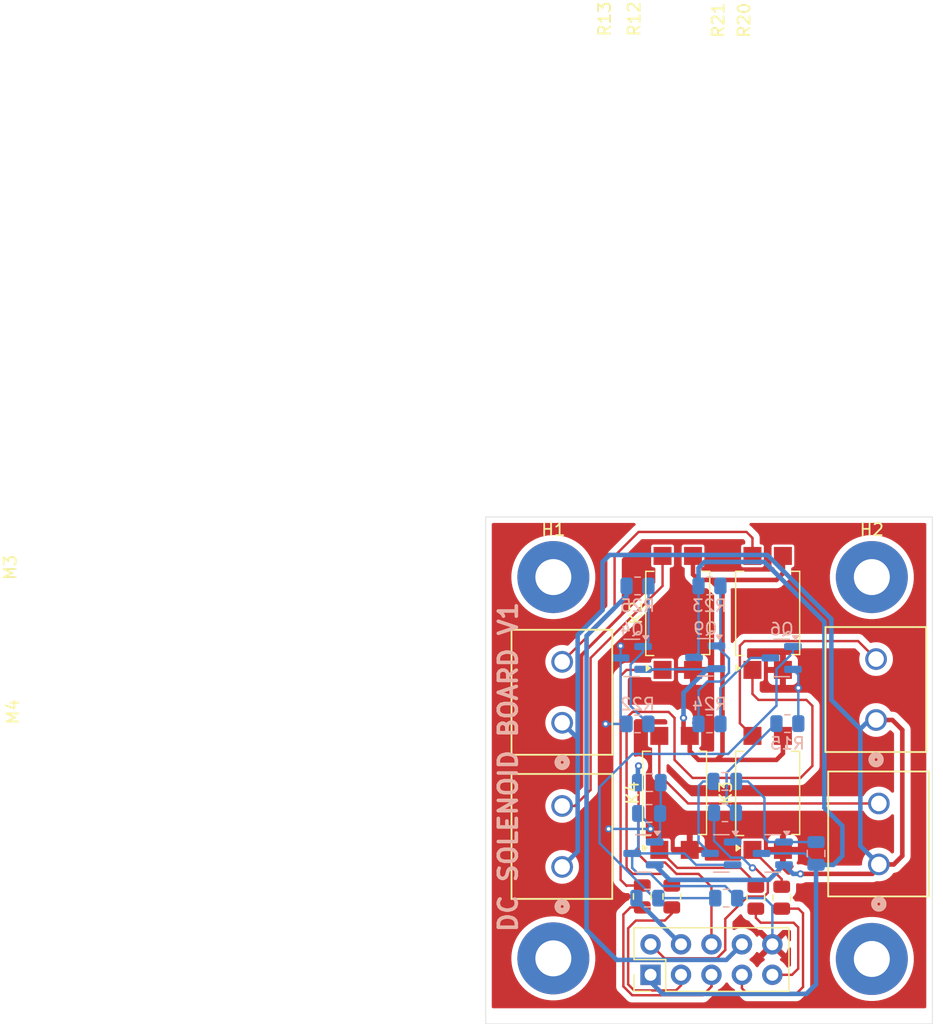
<source format=kicad_pcb>
(kicad_pcb (version 20241229) (generator "pcbnew") (generator_version "9.0")
  (layers (0 "F.Cu" signal) (2 "B.Cu" signal) (13 "F.Paste" user) (15 "B.Paste" user) (5 "F.SilkS" user "F.Silkscreen") (7 "B.SilkS" user "B.Silkscreen") (1 "F.Mask" user) (3 "B.Mask" user) (25 "Edge.Cuts" user))
  (net 0 "")
  (net 1 "/MOTOR_LO_2")
  (net 2 "GND")
  (net 3 "/VALVE_1")
  (net 4 "/MOTOR_LO_1")
  (net 5 "/VALVE_4")
  (net 6 "+9V")
  (net 7 "/VALVE_2")
  (net 8 "/VALVE_3")
  (net 9 "/MOTOR_HI_1")
  (net 10 "/MOTOR_HI_2")
  (net 11 "/M+")
  (net 12 "Net-(K1-Pad1)")
  (net 13 "Net-(K1-Pad4)")
  (net 14 "Net-(K2-Pad1)")
  (net 15 "Net-(K2-Pad4)")
  (net 16 "Net-(Q2-G)")
  (net 17 "/M-")
  (net 18 "Net-(Q4-G)")
  (net 19 "Net-(Q6-D)")
  (net 20 "Net-(Q6-G)")
  (net 21 "Net-(Q7-G)")
  (net 22 "Net-(Q8-G)")
  (net 23 "Net-(Q8-D)")
  (net 24 "Net-(Q9-G)")
  (net 25 "Net-(K3-Pad1)")
  (net 26 "Net-(K3-Pad4)")
  (net 27 "Net-(K4-Pad4)")
  (net 28 "Net-(K4-Pad1)")
  (footprint "Resistor_SMD:R_0805_2012Metric" (layer "F.Cu") (at 28.2702 44.8818 90)
    (property "Reference" "R12" (at 73.1402 -3.1398 90) (layer "F.SilkS"))
    (property "Value" "170" (hide yes))
    (pad "1" smd roundrect (at -0.9125 0 90) (size 1.025 1.4) (layers "F.Cu" "F.Mask" "F.Paste") (roundrect_rratio 0.243902) (net 3 "/VALVE_1"))
    (pad "2" smd roundrect (at 0.9125 0 90) (size 1.025 1.4) (layers "F.Cu" "F.Mask" "F.Paste") (roundrect_rratio 0.243902) (net 12 "Net-(K1-Pad1)"))
  )
  (footprint "Resistor_SMD:R_0805_2012Metric" (layer "F.Cu") (at 35.2806 44.9853 90)
    (property "Reference" "R21" (at 73.1402 -3.1398 90) (layer "F.SilkS"))
    (property "Value" "170" (hide yes))
    (pad "1" smd roundrect (at -0.9125 0 90) (size 1.025 1.4) (layers "F.Cu" "F.Mask" "F.Paste") (roundrect_rratio 0.243902) (net 5 "/VALVE_4"))
    (pad "2" smd roundrect (at 0.9125 0 90) (size 1.025 1.4) (layers "F.Cu" "F.Mask" "F.Paste") (roundrect_rratio 0.243902) (net 28 "Net-(K4-Pad1)"))
  )
  (footprint "MountingHole:MountingHole_3mm_Pad" (layer "F.Cu") (at 18.3896 18.2626)
    (property "Reference" "H1" (at 0 -3.95 0) (layer "F.SilkS"))
    (property "Value" "MountingHole" (hide yes))
    (pad "1" thru_hole circle (at 0 0) (size 6 6) (drill 3) (layers "*.Cu" "*.Mask"))
  )
  (footprint "footprints:CONN_1729128_PXC" (layer "F.Cu") (at 45.5422 42.2116 90)
    (property "Reference" "M4" (at 12.7236 -72.2346 90) (layer "F.SilkS"))
    (property "Value" "1729128" (hide yes))
    (pad "1" thru_hole circle (at 0 0 90) (size 1.8034 1.8034) (drill 1.2954) (layers "*.Cu" "*.Mask") (net 11 "/M+"))
    (pad "2" thru_hole circle (at 5.08 0 90) (size 1.8034 1.8034) (drill 1.2954) (layers "*.Cu" "*.Mask") (net 27 "Net-(K4-Pad4)"))
  )
  (footprint "Package_SO:SSO-4_6.7x5.1mm_P2.54mm_Clearance8mm" (layer "F.Cu") (at 28.5 36.25 90)
    (property "Reference" "K4" (at 0 -3.5 90) (layer "F.SilkS"))
    (property "Value" "VOR1142B4" (hide yes))
    (pad "1" smd rect (at -4.75 -1.27 90) (size 1.5 1.5) (layers "F.Cu" "F.Mask" "F.Paste") (net 28 "Net-(K4-Pad1)"))
    (pad "2" smd rect (at -4.75 1.27 90) (size 1.5 1.5) (layers "F.Cu" "F.Mask" "F.Paste") (net 2 "GND"))
    (pad "3" smd rect (at 4.75 1.27 90) (size 1.5 1.5) (layers "F.Cu" "F.Mask" "F.Paste") (net 17 "/M-"))
    (pad "4" smd rect (at 4.75 -1.27 90) (size 1.5 1.5) (layers "F.Cu" "F.Mask" "F.Paste") (net 27 "Net-(K4-Pad4)"))
  )
  (footprint "footprints:CONN_1729128_PXC" (layer "F.Cu") (at 19.1262 42.418 90)
    (property "Reference" "M2" (hide yes))
    (property "Value" "1729128" (hide yes))
    (pad "1" thru_hole circle (at 0 0 90) (size 1.8034 1.8034) (drill 1.2954) (layers "*.Cu" "*.Mask") (net 11 "/M+"))
    (pad "2" thru_hole circle (at 5.08 0 90) (size 1.8034 1.8034) (drill 1.2954) (layers "*.Cu" "*.Mask") (net 15 "Net-(K2-Pad4)"))
  )
  (footprint "footprints:CONN_1729128_PXC" (layer "F.Cu") (at 45.3136 30.1752 90)
    (property "Reference" "M3" (at 12.7236 -72.2346 90) (layer "F.SilkS"))
    (property "Value" "1729128" (hide yes))
    (pad "1" thru_hole circle (at 0 0 90) (size 1.8034 1.8034) (drill 1.2954) (layers "*.Cu" "*.Mask") (net 11 "/M+"))
    (pad "2" thru_hole circle (at 5.08 0 90) (size 1.8034 1.8034) (drill 1.2954) (layers "*.Cu" "*.Mask") (net 26 "Net-(K3-Pad4)"))
  )
  (footprint "Package_SO:SSO-4_6.7x5.1mm_P2.54mm_Clearance8mm" (layer "F.Cu") (at 36.27 36.25 90)
    (property "Reference" "K3" (at 0 -3.5 90) (layer "F.SilkS"))
    (property "Value" "VOR1142B4" (hide yes))
    (pad "1" smd rect (at -4.75 -1.27 90) (size 1.5 1.5) (layers "F.Cu" "F.Mask" "F.Paste") (net 25 "Net-(K3-Pad1)"))
    (pad "2" smd rect (at -4.75 1.27 90) (size 1.5 1.5) (layers "F.Cu" "F.Mask" "F.Paste") (net 2 "GND"))
    (pad "3" smd rect (at 4.75 1.27 90) (size 1.5 1.5) (layers "F.Cu" "F.Mask" "F.Paste") (net 17 "/M-"))
    (pad "4" smd rect (at 4.75 -1.27 90) (size 1.5 1.5) (layers "F.Cu" "F.Mask" "F.Paste") (net 26 "Net-(K3-Pad4)"))
  )
  (footprint "Package_SO:SSO-4_6.7x5.1mm_P2.54mm_Clearance8mm" (layer "F.Cu") (at 28.77 21.25 90)
    (property "Reference" "K2" (at 0 -3.5 90) (layer "F.SilkS"))
    (property "Value" "VOR1142B4" (hide yes))
    (pad "1" smd rect (at -4.75 -1.27 90) (size 1.5 1.5) (layers "F.Cu" "F.Mask" "F.Paste") (net 14 "Net-(K2-Pad1)"))
    (pad "2" smd rect (at -4.75 1.27 90) (size 1.5 1.5) (layers "F.Cu" "F.Mask" "F.Paste") (net 2 "GND"))
    (pad "3" smd rect (at 4.75 1.27 90) (size 1.5 1.5) (layers "F.Cu" "F.Mask" "F.Paste") (net 17 "/M-"))
    (pad "4" smd rect (at 4.75 -1.27 90) (size 1.5 1.5) (layers "F.Cu" "F.Mask" "F.Paste") (net 15 "Net-(K2-Pad4)"))
  )
  (footprint "Resistor_SMD:R_0805_2012Metric" (layer "F.Cu") (at 25.8064 44.8818 90)
    (property "Reference" "R13" (at 73.1402 -3.1398 90) (layer "F.SilkS"))
    (property "Value" "170" (hide yes))
    (pad "1" smd roundrect (at -0.9125 0 90) (size 1.025 1.4) (layers "F.Cu" "F.Mask" "F.Paste") (roundrect_rratio 0.243902) (net 7 "/VALVE_2"))
    (pad "2" smd roundrect (at 0.9125 0 90) (size 1.025 1.4) (layers "F.Cu" "F.Mask" "F.Paste") (roundrect_rratio 0.243902) (net 14 "Net-(K2-Pad1)"))
  )
  (footprint "Package_SO:SSO-4_6.7x5.1mm_P2.54mm_Clearance8mm" (layer "F.Cu") (at 36.27 21.25 90)
    (property "Reference" "K1" (hide yes))
    (property "Value" "VOR1142B4" (hide yes))
    (pad "1" smd rect (at -4.75 -1.27 90) (size 1.5 1.5) (layers "F.Cu" "F.Mask" "F.Paste") (net 12 "Net-(K1-Pad1)"))
    (pad "2" smd rect (at -4.75 1.27 90) (size 1.5 1.5) (layers "F.Cu" "F.Mask" "F.Paste") (net 2 "GND"))
    (pad "3" smd rect (at 4.75 1.27 90) (size 1.5 1.5) (layers "F.Cu" "F.Mask" "F.Paste") (net 17 "/M-"))
    (pad "4" smd rect (at 4.75 -1.27 90) (size 1.5 1.5) (layers "F.Cu" "F.Mask" "F.Paste") (net 13 "Net-(K1-Pad4)"))
  )
  (footprint "MountingHole:MountingHole_3mm_Pad" (layer "F.Cu") (at 44.958 50.0907)
    (property "Reference" "H3" (hide yes))
    (property "Value" "MountingHole" (hide yes))
    (pad "1" thru_hole circle (at 0 0) (size 6 6) (drill 3) (layers "*.Cu" "*.Mask"))
  )
  (footprint "MountingHole:MountingHole_3mm_Pad" (layer "F.Cu") (at 44.958 18.2626)
    (property "Reference" "H2" (at 0 -3.95 0) (layer "F.SilkS"))
    (property "Value" "MountingHole" (hide yes))
    (pad "1" thru_hole circle (at 0 0) (size 6 6) (drill 3) (layers "*.Cu" "*.Mask"))
  )
  (footprint "Connector_PinHeader_2.54mm:PinHeader_2x05_P2.54mm_Vertical" (layer "F.Cu") (at 26.5 51.4115 90)
    (property "Reference" "J1" (hide yes))
    (property "Value" "Conn_02x05_Odd_Even" (hide yes))
    (pad "1" thru_hole rect (at 0 0 90) (size 1.7 1.7) (drill 1) (layers "*.Cu" "*.Mask") (net 6 "+9V"))
    (pad "2" thru_hole circle (at 2.54 0 90) (size 1.7 1.7) (drill 1) (layers "*.Cu" "*.Mask") (net 9 "/MOTOR_HI_1"))
    (pad "3" thru_hole circle (at 0 2.54 90) (size 1.7 1.7) (drill 1) (layers "*.Cu" "*.Mask") (net 3 "/VALVE_1"))
    (pad "4" thru_hole circle (at 2.54 2.54 90) (size 1.7 1.7) (drill 1) (layers "*.Cu" "*.Mask") (net 10 "/MOTOR_HI_2"))
    (pad "5" thru_hole circle (at 0 5.08 90) (size 1.7 1.7) (drill 1) (layers "*.Cu" "*.Mask") (net 7 "/VALVE_2"))
    (pad "6" thru_hole circle (at 2.54 5.08 90) (size 1.7 1.7) (drill 1) (layers "*.Cu" "*.Mask") (net 4 "/MOTOR_LO_1"))
    (pad "7" thru_hole circle (at 0 7.62 90) (size 1.7 1.7) (drill 1) (layers "*.Cu" "*.Mask") (net 8 "/VALVE_3"))
    (pad "8" thru_hole circle (at 2.54 7.62 90) (size 1.7 1.7) (drill 1) (layers "*.Cu" "*.Mask") (net 1 "/MOTOR_LO_2"))
    (pad "9" thru_hole circle (at 0 10.16 90) (size 1.7 1.7) (drill 1) (layers "*.Cu" "*.Mask") (net 5 "/VALVE_4"))
    (pad "10" thru_hole circle (at 2.54 10.16 90) (size 1.7 1.7) (drill 1) (layers "*.Cu" "*.Mask") (net 2 "GND"))
  )
  (footprint "footprints:CONN_1729128_PXC" (layer "F.Cu") (at 19.1262 30.4038 90)
    (property "Reference" "M1" (hide yes))
    (property "Value" "1729128" (hide yes))
    (pad "1" thru_hole circle (at 0 0 90) (size 1.8034 1.8034) (drill 1.2954) (layers "*.Cu" "*.Mask") (net 11 "/M+"))
    (pad "2" thru_hole circle (at 5.08 0 90) (size 1.8034 1.8034) (drill 1.2954) (layers "*.Cu" "*.Mask") (net 13 "Net-(K1-Pad4)"))
  )
  (footprint "Resistor_SMD:R_0805_2012Metric" (layer "F.Cu") (at 37.4396 44.9853 90)
    (property "Reference" "R20" (at 73.1402 -3.1398 90) (layer "F.SilkS"))
    (property "Value" "170" (hide yes))
    (pad "1" smd roundrect (at -0.9125 0 90) (size 1.025 1.4) (layers "F.Cu" "F.Mask" "F.Paste") (roundrect_rratio 0.243902) (net 8 "/VALVE_3"))
    (pad "2" smd roundrect (at 0.9125 0 90) (size 1.025 1.4) (layers "F.Cu" "F.Mask" "F.Paste") (roundrect_rratio 0.243902) (net 25 "Net-(K3-Pad1)"))
  )
  (footprint "MountingHole:MountingHole_3mm_Pad" (layer "F.Cu") (at 18.3896 50.0399)
    (property "Reference" "H4" (hide yes))
    (property "Value" "MountingHole" (hide yes))
    (pad "1" thru_hole circle (at 0 0) (size 6 6) (drill 3) (layers "*.Cu" "*.Mask"))
  )
  (footprint "Resistor_SMD:R_0805_2012Metric" (layer "B.Cu") (at 26.3804 37.95925 180)
    (property "Reference" "R19" (hide yes))
    (property "Value" "10k" (hide yes))
    (pad "1" smd roundrect (at -0.9125 0 180) (size 1.025 1.4) (layers "B.Cu" "B.Mask" "B.Paste") (roundrect_rratio 0.243902) (net 16 "Net-(Q2-G)"))
    (pad "2" smd roundrect (at 0.9125 0 180) (size 1.025 1.4) (layers "B.Cu" "B.Mask" "B.Paste") (roundrect_rratio 0.243902) (net 2 "GND"))
  )
  (footprint "Package_TO_SOT_SMD:SOT-23" (layer "B.Cu") (at 24.9375 25 180)
    (property "Reference" "Q4" (at 0 2.4 0) (layer "B.SilkS") (effects (justify mirror)))
    (property "Value" "DMN3300U")
    (pad "1" smd roundrect (at -0.9375 0.95 180) (size 1.475 0.6) (layers "B.Cu" "B.Mask" "B.Paste") (net 18 "Net-(Q4-G)"))
    (pad "2" smd roundrect (at -0.9375 -0.95 180) (size 1.475 0.6) (layers "B.Cu" "B.Mask" "B.Paste") (net 17 "/M-"))
    (pad "3" smd roundrect (at 0.9375 0 180) (size 1.475 0.6) (layers "B.Cu" "B.Mask" "B.Paste") (net 2 "GND"))
  )
  (footprint "Package_TO_SOT_SMD:SOT-23" (layer "B.Cu") (at 37.4375 25 180)
    (property "Reference" "Q6" (at 0 2.4 0) (layer "B.SilkS") (effects (justify mirror)))
    (property "Value" "DMN3300U")
    (pad "1" smd roundrect (at -0.9375 0.95 180) (size 1.475 0.6) (layers "B.Cu" "B.Mask" "B.Paste") (net 20 "Net-(Q6-G)"))
    (pad "2" smd roundrect (at -0.9375 -0.95 180) (size 1.475 0.6) (layers "B.Cu" "B.Mask" "B.Paste") (net 2 "GND"))
    (pad "3" smd roundrect (at 0.9375 0 180) (size 1.475 0.6) (layers "B.Cu" "B.Mask" "B.Paste") (net 19 "Net-(Q6-D)"))
  )
  (footprint "Package_TO_SOT_SMD:SOT-23" (layer "B.Cu") (at 25.9054 41.29465 180)
    (property "Reference" "Q2" (hide yes))
    (property "Value" "DMN3300U" (hide yes))
    (pad "1" smd roundrect (at -0.9375 0.95 180) (size 1.475 0.6) (layers "B.Cu" "B.Mask" "B.Paste") (net 16 "Net-(Q2-G)"))
    (pad "2" smd roundrect (at -0.9375 -0.95 180) (size 1.475 0.6) (layers "B.Cu" "B.Mask" "B.Paste") (net 11 "/M+"))
    (pad "3" smd roundrect (at 0.9375 0 180) (size 1.475 0.6) (layers "B.Cu" "B.Mask" "B.Paste") (net 2 "GND"))
  )
  (footprint "Resistor_SMD:R_0805_2012Metric" (layer "B.Cu") (at 31.4125 30.5 180)
    (property "Reference" "R24" (at 0 1.65 0) (layer "B.SilkS") (effects (justify mirror)))
    (property "Value" "100")
    (pad "1" smd roundrect (at -0.9125 0 180) (size 1.025 1.4) (layers "B.Cu" "B.Mask" "B.Paste") (roundrect_rratio 0.243902) (net 19 "Net-(Q6-D)"))
    (pad "2" smd roundrect (at 0.9125 0 180) (size 1.025 1.4) (layers "B.Cu" "B.Mask" "B.Paste") (roundrect_rratio 0.243902) (net 24 "Net-(Q9-G)"))
  )
  (footprint "Resistor_SMD:R_0805_2012Metric" (layer "B.Cu") (at 31.4125 19)
    (property "Reference" "R23" (at 0 1.65 0) (layer "B.SilkS") (effects (justify mirror)))
    (property "Value" "10k")
    (pad "1" smd roundrect (at -0.9125 0) (size 1.025 1.4) (layers "B.Cu" "B.Mask" "B.Paste") (roundrect_rratio 0.243902) (net 6 "+9V"))
    (pad "2" smd roundrect (at 0.9125 0) (size 1.025 1.4) (layers "B.Cu" "B.Mask" "B.Paste") (roundrect_rratio 0.243902) (net 24 "Net-(Q9-G)"))
  )
  (footprint "Resistor_SMD:R_0805_2012Metric" (layer "B.Cu") (at 32.7079 37.90845 180)
    (property "Reference" "R14" (hide yes))
    (property "Value" "100" (hide yes))
    (pad "1" smd roundrect (at -0.9125 0 180) (size 1.025 1.4) (layers "B.Cu" "B.Mask" "B.Paste") (roundrect_rratio 0.243902) (net 22 "Net-(Q8-G)"))
    (pad "2" smd roundrect (at 0.9125 0 180) (size 1.025 1.4) (layers "B.Cu" "B.Mask" "B.Paste") (roundrect_rratio 0.243902) (net 9 "/MOTOR_HI_1"))
  )
  (footprint "Package_TO_SOT_SMD:SOT-23" (layer "B.Cu") (at 36.6953 41.29465 180)
    (property "Reference" "Q7" (hide yes))
    (property "Value" "FDN360P" (hide yes))
    (pad "1" smd roundrect (at -0.9375 0.95 180) (size 1.475 0.6) (layers "B.Cu" "B.Mask" "B.Paste") (net 21 "Net-(Q7-G)"))
    (pad "2" smd roundrect (at -0.9375 -0.95 180) (size 1.475 0.6) (layers "B.Cu" "B.Mask" "B.Paste") (net 11 "/M+"))
    (pad "3" smd roundrect (at 0.9375 0 180) (size 1.475 0.6) (layers "B.Cu" "B.Mask" "B.Paste") (net 6 "+9V"))
  )
  (footprint "Resistor_SMD:R_0805_2012Metric" (layer "B.Cu") (at 26.2328 45.02045)
    (property "Reference" "R27" (hide yes))
    (property "Value" "100" (hide yes))
    (pad "1" smd roundrect (at -0.9125 0) (size 1.025 1.4) (layers "B.Cu" "B.Mask" "B.Paste") (roundrect_rratio 0.243902) (net 10 "/MOTOR_HI_2"))
    (pad "2" smd roundrect (at 0.9125 0) (size 1.025 1.4) (layers "B.Cu" "B.Mask" "B.Paste") (roundrect_rratio 0.243902) (net 20 "Net-(Q6-G)"))
  )
  (footprint "Resistor_SMD:R_0805_2012Metric" (layer "B.Cu") (at 25.4125 30.5 180)
    (property "Reference" "R22" (at 0 1.65 0) (layer "B.SilkS") (effects (justify mirror)))
    (property "Value" "10k")
    (pad "1" smd roundrect (at -0.9125 0 180) (size 1.025 1.4) (layers "B.Cu" "B.Mask" "B.Paste") (roundrect_rratio 0.243902) (net 18 "Net-(Q4-G)"))
    (pad "2" smd roundrect (at 0.9125 0 180) (size 1.025 1.4) (layers "B.Cu" "B.Mask" "B.Paste") (roundrect_rratio 0.243902) (net 2 "GND"))
  )
  (footprint "Capacitor_SMD:C_0805_2012Metric" (layer "B.Cu") (at 32.6946 35.29225 180)
    (property "Reference" "R16" (hide yes))
    (property "Value" "100" (hide yes))
    (pad "1" smd roundrect (at -0.95 0 180) (size 1 1.45) (layers "B.Cu" "B.Mask" "B.Paste") (net 21 "Net-(Q7-G)"))
    (pad "2" smd roundrect (at 0.95 0 180) (size 1 1.45) (layers "B.Cu" "B.Mask" "B.Paste") (net 23 "Net-(Q8-D)"))
  )
  (footprint "Resistor_SMD:R_0805_2012Metric" (layer "B.Cu") (at 37.9125 30.4754)
    (property "Reference" "R15" (at 0 1.65 0) (layer "B.SilkS") (effects (justify mirror)))
    (property "Value" "10k")
    (pad "1" smd roundrect (at -0.9125 0) (size 1.025 1.4) (layers "B.Cu" "B.Mask" "B.Paste") (roundrect_rratio 0.243902) (net 22 "Net-(Q8-G)"))
    (pad "2" smd roundrect (at 0.9125 0) (size 1.025 1.4) (layers "B.Cu" "B.Mask" "B.Paste") (roundrect_rratio 0.243902) (net 2 "GND"))
  )
  (footprint "Capacitor_SMD:C_0805_2012Metric" (layer "B.Cu") (at 40.3044 41.29685 90)
    (property "Reference" "R18" (hide yes))
    (property "Value" "10k" (hide yes))
    (pad "1" smd roundrect (at -0.95 0 90) (size 1 1.45) (layers "B.Cu" "B.Mask" "B.Paste") (net 6 "+9V"))
    (pad "2" smd roundrect (at 0.95 0 90) (size 1 1.45) (layers "B.Cu" "B.Mask" "B.Paste") (net 21 "Net-(Q7-G)"))
  )
  (footprint "Resistor_SMD:R_0805_2012Metric" (layer "B.Cu") (at 32.8114 45.02045)
    (property "Reference" "R26" (hide yes))
    (property "Value" "10k" (hide yes))
    (pad "1" smd roundrect (at -0.9125 0) (size 1.025 1.4) (layers "B.Cu" "B.Mask" "B.Paste") (roundrect_rratio 0.243902) (net 20 "Net-(Q6-G)"))
    (pad "2" smd roundrect (at 0.9125 0) (size 1.025 1.4) (layers "B.Cu" "B.Mask" "B.Paste") (roundrect_rratio 0.243902) (net 2 "GND"))
  )
  (footprint "Package_TO_SOT_SMD:SOT-23" (layer "B.Cu") (at 31.0625 24.95 180)
    (property "Reference" "Q9" (at 0 2.4 0) (layer "B.SilkS") (effects (justify mirror)))
    (property "Value" "FDN360P")
    (pad "1" smd roundrect (at -0.9375 0.95 180) (size 1.475 0.6) (layers "B.Cu" "B.Mask" "B.Paste") (net 24 "Net-(Q9-G)"))
    (pad "2" smd roundrect (at -0.9375 -0.95 180) (size 1.475 0.6) (layers "B.Cu" "B.Mask" "B.Paste") (net 17 "/M-"))
    (pad "3" smd roundrect (at 0.9375 0 180) (size 1.475 0.6) (layers "B.Cu" "B.Mask" "B.Paste") (net 6 "+9V"))
  )
  (footprint "Resistor_SMD:R_0805_2012Metric" (layer "B.Cu") (at 25.4125 19)
    (property "Reference" "R25" (at 0 1.65 0) (layer "B.SilkS") (effects (justify mirror)))
    (property "Value" "100")
    (pad "1" smd roundrect (at -0.9125 0) (size 1.025 1.4) (layers "B.Cu" "B.Mask" "B.Paste") (roundrect_rratio 0.243902) (net 1 "/MOTOR_LO_2"))
    (pad "2" smd roundrect (at 0.9125 0) (size 1.025 1.4) (layers "B.Cu" "B.Mask" "B.Paste") (roundrect_rratio 0.243902) (net 18 "Net-(Q4-G)"))
  )
  (footprint "Package_TO_SOT_SMD:SOT-23" (layer "B.Cu") (at 32.4054 41.29465 180)
    (property "Reference" "Q8" (hide yes))
    (property "Value" "DMN3300U" (hide yes))
    (pad "1" smd roundrect (at -0.9375 0.95 180) (size 1.475 0.6) (layers "B.Cu" "B.Mask" "B.Paste") (net 22 "Net-(Q8-G)"))
    (pad "2" smd roundrect (at -0.9375 -0.95 180) (size 1.475 0.6) (layers "B.Cu" "B.Mask" "B.Paste") (net 2 "GND"))
    (pad "3" smd roundrect (at 0.9375 0 180) (size 1.475 0.6) (layers "B.Cu" "B.Mask" "B.Paste") (net 23 "Net-(Q8-D)"))
  )
  (footprint "Capacitor_SMD:C_0805_2012Metric" (layer "B.Cu") (at 26.3954 35.39385 180)
    (property "Reference" "R17" (hide yes))
    (property "Value" "100" (hide yes))
    (pad "1" smd roundrect (at -0.95 0 180) (size 1 1.45) (layers "B.Cu" "B.Mask" "B.Paste") (net 16 "Net-(Q2-G)"))
    (pad "2" smd roundrect (at 0.95 0 180) (size 1 1.45) (layers "B.Cu" "B.Mask" "B.Paste") (net 4 "/MOTOR_LO_1"))
  )
  (gr_rect (start 12.75 13.25) (end 50 55.5) (stroke (width 0.05)) (fill no) (layer "Edge.Cuts"))
  (gr_text "DC SOLENOID BOARD V1" (at 15.5 48 90) (layer "B.SilkS") (effects (font (size 1.5 1.5) (thickness 0.3) (bold yes)) (justify left bottom)))
  (segment (start 21.161536 47.661536) (end 23.67 50.17) (width 0.381) (layer "B.Cu") (net 1))
  (segment (start 24.5 19.823072) (end 21.161536 23.161536) (width 0.381) (layer "B.Cu") (net 1))
  (segment (start 21.161536 23.161536) (end 21.161536 47.661536) (width 0.381) (layer "B.Cu") (net 1))
  (segment (start 32.8215 50.17) (end 34.12 48.8715) (width 0.381) (layer "B.Cu") (net 1))
  (segment (start 23.67 50.17) (end 32.8215 50.17) (width 0.381) (layer "B.Cu") (net 1))
  (segment (start 24.5 19) (end 24.5 19.823072) (width 0.381) (layer "B.Cu") (net 1))
  (via (at 24 24) (size 0.6) (drill 0.3) (layers "F.Cu" "B.Cu") (net 2))
  (via (at 22.75 30.5) (size 0.6) (drill 0.3) (layers "F.Cu" "B.Cu") (net 2))
  (via (at 38.825 27.5) (size 0.6) (drill 0.3) (layers "F.Cu" "B.Cu") (net 2))
  (via (at 23 39.25) (size 0.6) (drill 0.3) (layers "F.Cu" "B.Cu") (net 2))
  (via (at 26.5 39.25) (size 0.6) (drill 0.3) (layers "F.Cu" "B.Cu") (net 2))
  (segment (start 33.7239 45.02045) (end 32.7229 44.01945) (width 0.2) (layer "B.Cu") (net 2))
  (segment (start 25.4679 43) (end 24.9679 42.5) (width 0.2) (layer "B.Cu") (net 2))
  (segment (start 32.7229 44.01945) (end 27.51945 44.01945) (width 0.2) (layer "B.Cu") (net 2))
  (segment (start 36 45) (end 35.97955 45.02045) (width 0.2) (layer "B.Cu") (net 2))
  (segment (start 38.375 25.95) (end 38.825 26.4) (width 0.2) (layer "B.Cu") (net 2))
  (segment (start 26.5 38.99135) (end 25.4679 37.95925) (width 0.2) (layer "B.Cu") (net 2))
  (segment (start 24.5 30.5) (end 22.75 30.5) (width 0.2) (layer "B.Cu") (net 2))
  (segment (start 24.9679 41.29465) (end 29.3396 41.29465) (width 0.2) (layer "B.Cu") (net 2))
  (segment (start 26.5 39.25) (end 26.5 38.99135) (width 0.2) (layer "B.Cu") (net 2))
  (segment (start 25.4679 40.79465) (end 24.9679 41.29465) (width 0.2) (layer "B.Cu") (net 2))
  (segment (start 30.304 42.24465) (end 33.3429 42.24465) (width 0.2) (layer "B.Cu") (net 2))
  (segment (start 23 39.25) (end 26.5 39.25) (width 0.2) (layer "B.Cu") (net 2))
  (segment (start 24 24) (end 24 25) (width 0.2) (layer "B.Cu") (net 2))
  (segment (start 35.97955 45.02045) (end 33.7239 45.02045) (width 0.2) (layer "B.Cu") (net 2))
  (segment (start 26.5 43) (end 25.4679 43) (width 0.2) (layer "B.Cu") (net 2))
  (segment (start 38.825 27.5) (end 38.825 30.4754) (width 0.2) (layer "B.Cu") (net 2))
  (segment (start 27.51945 44.01945) (end 26.5 43) (width 0.2) (layer "B.Cu") (net 2))
  (segment (start 30.2968 42.25185) (end 30.304 42.24465) (width 0.2) (layer "B.Cu") (net 2))
  (segment (start 24.9679 42.5) (end 24.9679 41.29465) (width 0.2) (layer "B.Cu") (net 2))
  (segment (start 24 30) (end 24 25) (width 0.2) (layer "B.Cu") (net 2))
  (segment (start 25.4679 37.95925) (end 25.4679 40.79465) (width 0.2) (layer "B.Cu") (net 2))
  (segment (start 24.5 30.5) (end 24 30) (width 0.2) (layer "B.Cu") (net 2))
  (segment (start 38.825 26.4) (end 38.825 27.5) (width 0.2) (layer "B.Cu") (net 2))
  (segment (start 36.66 48.8715) (end 36.66 45.66) (width 0.2) (layer "B.Cu") (net 2))
  (segment (start 36.66 45.66) (end 36 45) (width 0.2) (layer "B.Cu") (net 2))
  (segment (start 29.3396 41.29465) (end 30.2968 42.25185) (width 0.2) (layer "B.Cu") (net 2))
  (segment (start 25.273 46.8903) (end 27.686 46.8903) (width 0.2) (layer "F.Cu") (net 3))
  (segment (start 29.04 51.4115) (end 29.04 52.2927) (width 0.2) (layer "F.Cu") (net 3))
  (segment (start 27.686 46.8903) (end 28.2702 46.3061) (width 0.2) (layer "F.Cu") (net 3))
  (segment (start 25.1343 52.7123) (end 24.6326 52.2106) (width 0.2) (layer "F.Cu") (net 3))
  (segment (start 28.6204 52.7123) (end 25.1343 52.7123) (width 0.2) (layer "F.Cu") (net 3))
  (segment (start 24.6326 52.2106) (end 24.6326 47.5307) (width 0.2) (layer "F.Cu") (net 3))
  (segment (start 28.2702 46.3061) (end 28.2702 45.7943) (width 0.2) (layer "F.Cu") (net 3))
  (segment (start 24.6326 47.5307) (end 25.273 46.8903) (width 0.2) (layer "F.Cu") (net 3))
  (segment (start 29.04 52.2927) (end 28.6204 52.7123) (width 0.2) (layer "F.Cu") (net 3))
  (segment (start 28.6629 43) (end 30.5 43) (width 0.2) (layer "F.Cu") (net 4))
  (segment (start 25.5 34) (end 25.5 41.372) (width 0.2) (layer "F.Cu") (net 4))
  (segment (start 25.5 41.372) (end 26.179 42.051) (width 0.2) (layer "F.Cu") (net 4))
  (segment (start 30.5 43) (end 31.58 44.08) (width 0.2) (layer "F.Cu") (net 4))
  (segment (start 26.179 42.051) (end 27.7139 42.051) (width 0.2) (layer "F.Cu") (net 4))
  (segment (start 31.58 44.08) (end 31.58 48.8715) (width 0.2) (layer "F.Cu") (net 4))
  (segment (start 27.7139 42.051) (end 28.6629 43) (width 0.2) (layer "F.Cu") (net 4))
  (via (at 25.5 34) (size 0.6) (drill 0.3) (layers "F.Cu" "B.Cu") (net 4))
  (segment (start 25.4454 35.39385) (end 25.4454 34.0546) (width 0.381) (layer "B.Cu") (net 4))
  (segment (start 25.4454 34.0546) (end 25.5 34) (width 0.381) (layer "B.Cu") (net 4))
  (segment (start 38.3032 51.4115) (end 36.66 51.4115) (width 0.2) (layer "F.Cu") (net 5))
  (segment (start 38.8166 47.4545) (end 38.8166 50.8981) (width 0.2) (layer "F.Cu") (net 5))
  (segment (start 35.2806 45.8978) (end 35.2806 46.6617) (width 0.2) (layer "F.Cu") (net 5))
  (segment (start 35.687 47.0681) (end 38.4302 47.0681) (width 0.2) (layer "F.Cu") (net 5))
  (segment (start 35.2806 46.6617) (end 35.687 47.0681) (width 0.2) (layer "F.Cu") (net 5))
  (segment (start 38.8166 50.8981) (end 38.3032 51.4115) (width 0.2) (layer "F.Cu") (net 5))
  (segment (start 38.4302 47.0681) (end 38.8166 47.4545) (width 0.2) (layer "F.Cu") (net 5))
  (segment (start 26.5 51.4115) (end 26.5 52) (width 0.381) (layer "B.Cu") (net 6))
  (segment (start 30.5 19) (end 30.5 17.5) (width 0.381) (layer "B.Cu") (net 6))
  (segment (start 42.5 41.5) (end 41.75315 42.24685) (width 0.381) (layer "B.Cu") (net 6))
  (segment (start 30.5 17.5) (end 31 17) (width 0.381) (layer "B.Cu") (net 6))
  (segment (start 41 37.5) (end 42.5 39) (width 0.381) (layer "B.Cu") (net 6))
  (segment (start 40.3044 42.24685) (end 40.3044 52.1956) (width 0.381) (layer "B.Cu") (net 6))
  (segment (start 39.3522 41.29465) (end 40.3044 42.24685) (width 0.2) (layer "B.Cu") (net 6))
  (segment (start 39.5 53) (end 27.5 53) (width 0.381) (layer "B.Cu") (net 6))
  (segment (start 26.5 52) (end 27.5 53) (width 0.381) (layer "B.Cu") (net 6))
  (segment (start 40.3044 52.1956) (end 39.5 53) (width 0.381) (layer "B.Cu") (net 6))
  (segment (start 31 17) (end 36 17) (width 0.381) (layer "B.Cu") (net 6))
  (segment (start 36 17) (end 41 22) (width 0.381) (layer "B.Cu") (net 6))
  (segment (start 41 22) (end 41 37.5) (width 0.381) (layer "B.Cu") (net 6))
  (segment (start 30.5 19) (end 30.5 24.575) (width 0.2) (layer "B.Cu") (net 6))
  (segment (start 35.7578 41.29465) (end 39.3522 41.29465) (width 0.2) (layer "B.Cu") (net 6))
  (segment (start 30.5 24.575) (end 30.125 24.95) (width 0.2) (layer "B.Cu") (net 6))
  (segment (start 42.5 39) (end 42.5 41.5) (width 0.381) (layer "B.Cu") (net 6))
  (segment (start 41.75315 42.24685) (end 40.3044 42.24685) (width 0.381) (layer "B.Cu") (net 6))
  (segment (start 24.2316 52.3767) (end 24.9682 53.1133) (width 0.2) (layer "F.Cu") (net 7))
  (segment (start 24.9682 53.1133) (end 30.861 53.1133) (width 0.2) (layer "F.Cu") (net 7))
  (segment (start 24.8196 45.7943) (end 24.2316 46.3823) (width 0.2) (layer "F.Cu") (net 7))
  (segment (start 25.8064 45.7943) (end 24.8196 45.7943) (width 0.2) (layer "F.Cu") (net 7))
  (segment (start 31.5976 52.3767) (end 31.58 52.3591) (width 0.2) (layer "F.Cu") (net 7))
  (segment (start 31.58 52.3591) (end 31.58 51.4115) (width 0.2) (layer "F.Cu") (net 7))
  (segment (start 30.861 53.1133) (end 31.5976 52.3767) (width 0.2) (layer "F.Cu") (net 7))
  (segment (start 24.2316 46.3823) (end 24.2316 52.3767) (width 0.2) (layer "F.Cu") (net 7))
  (segment (start 34.5948 53.0117) (end 34.12 52.5369) (width 0.2) (layer "F.Cu") (net 8))
  (segment (start 39.2176 52.4275) (end 38.6334 53.0117) (width 0.2) (layer "F.Cu") (net 8))
  (segment (start 34.12 52.5369) (end 34.12 51.4115) (width 0.2) (layer "F.Cu") (net 8))
  (segment (start 38.8347 45.8978) (end 39.2176 46.2807) (width 0.2) (layer "F.Cu") (net 8))
  (segment (start 37.4396 45.8978) (end 38.8347 45.8978) (width 0.2) (layer "F.Cu") (net 8))
  (segment (start 39.2176 46.2807) (end 39.2176 52.4275) (width 0.2) (layer "F.Cu") (net 8))
  (segment (start 38.6334 53.0117) (end 34.5948 53.0117) (width 0.2) (layer "F.Cu") (net 8))
  (segment (start 36.2816 44.57046) (end 35.96576 44.8863) (width 0.2) (layer "F.Cu") (net 9))
  (segment (start 32.731 46.75074) (end 32.731 49.34826) (width 0.2) (layer "F.Cu") (net 9))
  (segment (start 35 42.5) (end 35.20646 42.5) (width 0.2) (layer "F.Cu") (net 9))
  (segment (start 35.96576 44.8863) (end 34.59544 44.8863) (width 0.2) (layer "F.Cu") (net 9))
  (segment (start 34.59544 44.8863) (end 32.731 46.75074) (width 0.2) (layer "F.Cu") (net 9))
  (segment (start 32.731 49.34826) (end 32.04566 50.0336) (width 0.2) (layer "F.Cu") (net 9))
  (segment (start 36.2816 43.57514) (end 36.2816 44.57046) (width 0.2) (layer "F.Cu") (net 9))
  (segment (start 32.04566 50.0336) (end 27.6621 50.0336) (width 0.2) (layer "F.Cu") (net 9))
  (segment (start 35.20646 42.5) (end 36.2816 43.57514) (width 0.2) (layer "F.Cu") (net 9))
  (segment (start 27.6621 50.0336) (end 26.5 48.8715) (width 0.2) (layer "F.Cu") (net 9))
  (via (at 35 42.5) (size 0.6) (drill 0.3) (layers "F.Cu" "B.Cu") (net 9))
  (segment (start 31.7954 37.90845) (end 31.7954 40.242682) (width 0.2) (layer "B.Cu") (net 9))
  (segment (start 33.196368 41.64365) (end 34.14365 41.64365) (width 0.2) (layer "B.Cu") (net 9))
  (segment (start 34.14365 41.64365) (end 35 42.5) (width 0.2) (layer "B.Cu") (net 9))
  (segment (start 31.7954 40.242682) (end 33.196368 41.64365) (width 0.2) (layer "B.Cu") (net 9))
  (segment (start 29.04 48.8715) (end 25.3203 45.1518) (width 0.381) (layer "B.Cu") (net 10))
  (segment (start 25.3203 45.1518) (end 25.3203 45.02045) (width 0.381) (layer "B.Cu") (net 10))
  (segment (start 45.5422 42.2116) (end 45.5422 42.4578) (width 0.381) (layer "F.Cu") (net 11))
  (segment (start 46.6752 30.1752) (end 47.5 31) (width 0.381) (layer "F.Cu") (net 11))
  (segment (start 45 43) (end 39 43) (width 0.381) (layer "F.Cu") (net 11))
  (segment (start 47.5 31) (end 47.5 41.5) (width 0.381) (layer "F.Cu") (net 11))
  (segment (start 45.5422 42.4578) (end 45 43) (width 0.381) (layer "F.Cu") (net 11))
  (segment (start 46.7884 42.2116) (end 47.5 41.5) (width 0.381) (layer "F.Cu") (net 11))
  (segment (start 45.3136 30.1752) (end 46.6752 30.1752) (width 0.381) (layer "F.Cu") (net 11))
  (segment (start 45.5422 42.2116) (end 46.7884 42.2116) (width 0.381) (layer "F.Cu") (net 11))
  (via (at 39 43) (size 0.6) (drill 0.3) (layers "F.Cu" "B.Cu") (net 11))
  (segment (start 41.582 28.5) (end 44 30.918) (width 0.381) (layer "B.Cu") (net 11))
  (segment (start 19.1262 42.418) (end 20.4194 41.1248) (width 0.381) (layer "B.Cu") (net 11))
  (segment (start 39 43) (end 38.38815 43) (width 0.381) (layer "B.Cu") (net 11))
  (segment (start 37.6328 42.24465) (end 36.37745 43.5) (width 0.381) (layer "B.Cu") (net 11))
  (segment (start 23.082 16.418) (end 22.5 17) (width 0.381) (layer "B.Cu") (net 11))
  (segment (start 45.3136 30.1752) (end 44.7428 30.1752) (width 0.381) (layer "B.Cu") (net 11))
  (segment (start 20.4194 23.0806) (end 20.4194 31.697) (width 0.381) (layer "B.Cu") (net 11))
  (segment (start 36.37745 43.5) (end 28.09825 43.5) (width 0.381) (layer "B.Cu") (net 11))
  (segment (start 41.582 28.5) (end 41.582 21.758928) (width 0.381) (layer "B.Cu") (net 11))
  (segment (start 44 30.918) (end 44 40.6694) (width 0.381) (layer "B.Cu") (net 11))
  (segment (start 38.38815 43) (end 37.6328 42.24465) (width 0.381) (layer "B.Cu") (net 11))
  (segment (start 22.5 17) (end 22.5 21) (width 0.381) (layer "B.Cu") (net 11))
  (segment (start 20.4194 41.1248) (end 20.4194 31.697) (width 0.381) (layer "B.Cu") (net 11))
  (segment (start 44.7428 30.1752) (end 44 30.918) (width 0.381) (layer "B.Cu") (net 11))
  (segment (start 22.5 21) (end 20.4194 23.0806) (width 0.381) (layer "B.Cu") (net 11))
  (segment (start 20.4194 31.697) (end 19.1262 30.4038) (width 0.381) (layer "B.Cu") (net 11))
  (segment (start 36.241072 16.418) (end 23.082 16.418) (width 0.381) (layer "B.Cu") (net 11))
  (segment (start 44 40.6694) (end 45.5422 42.2116) (width 0.381) (layer "B.Cu") (net 11))
  (segment (start 41.582 21.758928) (end 36.241072 16.418) (width 0.381) (layer "B.Cu") (net 11))
  (segment (start 28.09825 43.5) (end 26.8429 42.24465) (width 0.381) (layer "B.Cu") (net 11))
  (segment (start 25 29.5) (end 24.5 30) (width 0.2) (layer "F.Cu") (net 12))
  (segment (start 28.5 33.5) (end 28.5 30) (width 0.2) (layer "F.Cu") (net 12))
  (segment (start 24.5 30) (end 24.5 42.5) (width 0.2) (layer "F.Cu") (net 12))
  (segment (start 30 35) (end 28.5 33.5) (width 0.2) (layer "F.Cu") (net 12))
  (segment (start 28.2702 43.9693) (end 28.2702 43.7702) (width 0.2) (layer "F.Cu") (net 12))
  (segment (start 35 26) (end 35 28) (width 0.2) (layer "F.Cu") (net 12))
  (segment (start 35 28) (end 35.5 28.5) (width 0.2) (layer "F.Cu") (net 12))
  (segment (start 25 43) (end 27.5 43) (width 0.2) (layer "F.Cu") (net 12))
  (segment (start 40 29) (end 40 34) (width 0.2) (layer "F.Cu") (net 12))
  (segment (start 39.5 28.5) (end 40 29) (width 0.2) (layer "F.Cu") (net 12))
  (segment (start 40 34) (end 39 35) (width 0.2) (layer "F.Cu") (net 12))
  (segment (start 28 29.5) (end 25 29.5) (width 0.2) (layer "F.Cu") (net 12))
  (segment (start 28.5 30) (end 28 29.5) (width 0.2) (layer "F.Cu") (net 12))
  (segment (start 39 35) (end 30 35) (width 0.2) (layer "F.Cu") (net 12))
  (segment (start 35.5 28.5) (end 39.5 28.5) (width 0.2) (layer "F.Cu") (net 12))
  (segment (start 28.2702 43.7702) (end 27.5 43) (width 0.2) (layer "F.Cu") (net 12))
  (segment (start 24.5 42.5) (end 25 43) (width 0.2) (layer "F.Cu") (net 12))
  (segment (start 25.5 14.5) (end 34.5 14.5) (width 0.2) (layer "F.Cu") (net 13))
  (segment (start 23.5 16.5) (end 25.5 14.5) (width 0.2) (layer "F.Cu") (net 13))
  (segment (start 35 15) (end 35 16.5) (width 0.2) (layer "F.Cu") (net 13))
  (segment (start 23.5 20.95) (end 23.5 16.5) (width 0.2) (layer "F.Cu") (net 13))
  (segment (start 19.1262 25.3238) (end 23.5 20.95) (width 0.2) (layer "F.Cu") (net 13))
  (segment (start 34.5 14.5) (end 35 15) (width 0.2) (layer "F.Cu") (net 13))
  (segment (start 24.5 26) (end 24 26.5) (width 0.2) (layer "F.Cu") (net 14))
  (segment (start 24.5307 43.9693) (end 25.8064 43.9693) (width 0.2) (layer "F.Cu") (net 14))
  (segment (start 27.5 26) (end 24.5 26) (width 0.2) (layer "F.Cu") (net 14))
  (segment (start 24 43.5) (end 24.5 44) (width 0.2) (layer "F.Cu") (net 14))
  (segment (start 24.5 44) (end 24.5307 43.9693) (width 0.2) (layer "F.Cu") (net 14))
  (segment (start 24 26.5) (end 24 43.5) (width 0.2) (layer "F.Cu") (net 14))
  (segment (start 27.5 16.5) (end 27.5 19) (width 0.2) (layer "F.Cu") (net 15))
  (segment (start 21.5 25) (end 21.5 36) (width 0.2) (layer "F.Cu") (net 15))
  (segment (start 21.5 36) (end 20.162 37.338) (width 0.2) (layer "F.Cu") (net 15))
  (segment (start 20.162 37.338) (end 19.1262 37.338) (width 0.2) (layer "F.Cu") (net 15))
  (segment (start 27.5 19) (end 21.5 25) (width 0.2) (layer "F.Cu") (net 15))
  (segment (start 27.2929 39.89465) (end 26.8429 40.34465) (width 0.2) (layer "B.Cu") (net 16))
  (segment (start 27.3454 37.90675) (end 27.2929 37.95925) (width 0.2) (layer "B.Cu") (net 16))
  (segment (start 27.2929 37.95925) (end 27.2929 39.89465) (width 0.2) (layer "B.Cu") (net 16))
  (segment (start 27.3454 35.39385) (end 27.3454 37.90675) (width 0.2) (layer "B.Cu") (net 16))
  (segment (start 29.77 31.5) (end 29.77 32.77) (width 0.381) (layer "F.Cu") (net 17))
  (segment (start 29.77 32.77) (end 30.5 33.5) (width 0.381) (layer "F.Cu") (net 17))
  (segment (start 31.5 33.5) (end 37 33.5) (width 0.381) (layer "F.Cu") (net 17))
  (segment (start 29.25 31) (end 29.25 30) (width 0.381) (layer "F.Cu") (net 17))
  (segment (start 32.5 33) (end 32.5 19.5) (width 0.381) (layer "F.Cu") (net 17))
  (segment (start 29.77 31.5) (end 29.75 31.5) (width 0.381) (layer "F.Cu") (net 17))
  (segment (start 29.75 31.5) (end 29.25 31) (width 0.381) (layer "F.Cu") (net 17))
  (segment (start 32 33.5) (end 32.5 33) (width 0.381) (layer "F.Cu") (net 17))
  (segment (start 30.5 33.5) (end 31.5 33.5) (width 0.381) (layer "F.Cu") (net 17))
  (segment (start 30.5 18.5) (end 30.04 18.04) (width 0.381) (layer "F.Cu") (net 17))
  (segment (start 30.04 18.04) (end 30.04 16.5) (width 0.381) (layer "F.Cu") (net 17))
  (segment (start 37 18.5) (end 31.5 18.5) (width 0.381) (layer "F.Cu") (net 17))
  (segment (start 31.5 33.5) (end 32 33.5) (width 0.381) (layer "F.Cu") (net 17))
  (segment (start 37.54 32.96) (end 37.54 31.5) (width 0.381) (layer "F.Cu") (net 17))
  (segment (start 37 33.5) (end 37.54 32.96) (width 0.381) (layer "F.Cu") (net 17))
  (segment (start 37.54 16.5) (end 37.54 17.96) (width 0.381) (layer "F.Cu") (net 17))
  (segment (start 32.5 19.5) (end 31.5 18.5) (width 0.381) (layer "F.Cu") (net 17))
  (segment (start 37.54 17.96) (end 37 18.5) (width 0.381) (layer "F.Cu") (net 17))
  (segment (start 31.5 18.5) (end 30.5 18.5) (width 0.381) (layer "F.Cu") (net 17))
  (via (at 29.25 30) (size 0.6) (drill 0.3) (layers "F.Cu" "B.Cu") (net 17))
  (segment (start 31.95 25.95) (end 32 25.9) (width 0.2) (layer "B.Cu") (net 17))
  (segment (start 25.875 25.95) (end 31.95 25.95) (width 0.2) (layer "B.Cu") (net 17))
  (segment (start 29.25 27.912501) (end 29.25 30) (width 0.381) (layer "B.Cu") (net 17))
  (segment (start 31.262501 25.9) (end 29.25 27.912501) (width 0.381) (layer "B.Cu") (net 17))
  (segment (start 32 25.9) (end 31.262501 25.9) (width 0.381) (layer "B.Cu") (net 17))
  (segment (start 26.325 30.5) (end 24.8365 29.0115) (width 0.2) (layer "B.Cu") (net 18))
  (segment (start 26.325 23.6) (end 25.875 24.05) (width 0.2) (layer "B.Cu") (net 18))
  (segment (start 24.8365 25.542968) (end 25.875 24.504468) (width 0.2) (layer "B.Cu") (net 18))
  (segment (start 26.325 19) (end 26.325 23.6) (width 0.2) (layer "B.Cu") (net 18))
  (segment (start 25.875 24.504468) (end 25.875 24.05) (width 0.2) (layer "B.Cu") (net 18))
  (segment (start 24.8365 29.0115) (end 24.8365 25.542968) (width 0.2) (layer "B.Cu") (net 18))
  (segment (start 32.325 27.521568) (end 34.846568 25) (width 0.2) (layer "B.Cu") (net 19))
  (segment (start 34.846568 25) (end 36.5 25) (width 0.2) (layer "B.Cu") (net 19))
  (segment (start 32.325 30.5) (end 32.325 27.521568) (width 0.2) (layer "B.Cu") (net 19))
  (segment (start 25 33) (end 22.25 35.75) (width 0.2) (layer "B.Cu") (net 20))
  (segment (start 38.375 24.05) (end 38.375 24.570532) (width 0.2) (layer "B.Cu") (net 20))
  (segment (start 32.97674 33) (end 25 33) (width 0.2) (layer "B.Cu") (net 20))
  (segment (start 26.81896 45.02045) (end 27.1453 45.02045) (width 0.2) (layer "B.Cu") (net 20))
  (segment (start 27.1453 45.02045) (end 31.8989 45.02045) (width 0.2) (layer "B.Cu") (net 20))
  (segment (start 22.25 40.45149) (end 26.81896 45.02045) (width 0.2) (layer "B.Cu") (net 20))
  (segment (start 36.97674 29) (end 32.97674 33) (width 0.2) (layer "B.Cu") (net 20))
  (segment (start 38.375 24.570532) (end 37 25.945532) (width 0.2) (layer "B.Cu") (net 20))
  (segment (start 22.25 35.75) (end 22.25 40.45149) (width 0.2) (layer "B.Cu") (net 20))
  (segment (start 37 29) (end 36.97674 29) (width 0.2) (layer "B.Cu") (net 20))
  (segment (start 37 25.945532) (end 37 29) (width 0.2) (layer "B.Cu") (net 20))
  (segment (start 37.6328 40.34465) (end 40.3022 40.34465) (width 0.2) (layer "B.Cu") (net 21))
  (segment (start 34.6148 35.29225) (end 33.6446 35.29225) (width 0.2) (layer "B.Cu") (net 21))
  (segment (start 40.3022 40.34465) (end 40.3044 40.34685) (width 0.2) (layer "B.Cu") (net 21))
  (segment (start 36.34465 40.34465) (end 36 40) (width 0.2) (layer "B.Cu") (net 21))
  (segment (start 36 36.67745) (end 34.6148 35.29225) (width 0.2) (layer "B.Cu") (net 21))
  (segment (start 36 40) (end 36 36.67745) (width 0.2) (layer "B.Cu") (net 21))
  (segment (start 37.6328 40.34465) (end 36.34465 40.34465) (width 0.2) (layer "B.Cu") (net 21))
  (segment (start 36.95029 30.4754) (end 32.8436 34.58209) (width 0.2) (layer "B.Cu") (net 22))
  (segment (start 37 30.4754) (end 36.95029 30.4754) (width 0.2) (layer "B.Cu") (net 22))
  (segment (start 32.8436 34.58209) (end 32.8436 37.13165) (width 0.2) (layer "B.Cu") (net 22))
  (segment (start 33.6204 40.06715) (end 33.3429 40.34465) (width 0.2) (layer "B.Cu") (net 22))
  (segment (start 33.6204 37.90845) (end 33.6204 40.06715) (width 0.2) (layer "B.Cu") (net 22))
  (segment (start 32.8436 37.13165) (end 33.6204 37.90845) (width 0.2) (layer "B.Cu") (net 22))
  (segment (start 31.7446 35.29225) (end 30.881 35.29225) (width 0.2) (layer "B.Cu") (net 23))
  (segment (start 30.881 35.29225) (end 30.5 35.67325) (width 0.2) (layer "B.Cu") (net 23))
  (segment (start 30.5 35.67325) (end 30.5 40.32675) (width 0.2) (layer "B.Cu") (net 23))
  (segment (start 30.5 40.32675) (end 31.4679 41.29465) (width 0.2) (layer "B.Cu") (net 23))
  (segment (start 32 24) (end 33.0385 25.0385) (width 0.2) (layer "B.Cu") (net 24))
  (segment (start 32.309268 26.9702) (end 31.2456 26.9702) (width 0.2) (layer "B.Cu") (net 24))
  (segment (start 32.325 23.675) (end 32 24) (width 0.2) (layer "B.Cu") (net 24))
  (segment (start 32.325 19) (end 32.325 23.675) (width 0.2) (layer "B.Cu") (net 24))
  (segment (start 30.5 27.7158) (end 30.5 30.5) (width 0.2) (layer "B.Cu") (net 24))
  (segment (start 33.0385 25.0385) (end 33.0385 26.240968) (width 0.2) (layer "B.Cu") (net 24))
  (segment (start 31.2456 26.9702) (end 30.5 27.7158) (width 0.2) (layer "B.Cu") (net 24))
  (segment (start 33.0385 26.240968) (end 32.309268 26.9702) (width 0.2) (layer "B.Cu") (net 24))
  (segment (start 37.4396 43.4396) (end 37.4396 44.0728) (width 0.2) (layer "F.Cu") (net 25))
  (segment (start 35 41) (end 37.4396 43.4396) (width 0.2) (layer "F.Cu") (net 25))
  (segment (start 33.949 23.9839) (end 34.3339 23.599) (width 0.2) (layer "F.Cu") (net 26))
  (segment (start 34.3339 23.599) (end 43.8174 23.599) (width 0.2) (layer "F.Cu") (net 26))
  (segment (start 33.949 30.449) (end 33.949 23.9839) (width 0.2) (layer "F.Cu") (net 26))
  (segment (start 43.8174 23.599) (end 45.3136 25.0952) (width 0.2) (layer "F.Cu") (net 26))
  (segment (start 35 31.5) (end 33.949 30.449) (width 0.2) (layer "F.Cu") (net 26))
  (segment (start 29.6316 37.1316) (end 45.5422 37.1316) (width 0.2) (layer "F.Cu") (net 27))
  (segment (start 27.23 31.5) (end 27.23 34.73) (width 0.2) (layer "F.Cu") (net 27))
  (segment (start 27.23 34.73) (end 29.6316 37.1316) (width 0.2) (layer "F.Cu") (net 27))
  (segment (start 27.23 41) (end 28.73 42.5) (width 0.2) (layer "F.Cu") (net 28))
  (segment (start 34 42.5) (end 35.2806 43.7806) (width 0.2) (layer "F.Cu") (net 28))
  (segment (start 28.73 42.5) (end 34 42.5) (width 0.2) (layer "F.Cu") (net 28))
  (segment (start 35.2806 43.7806) (end 35.2806 44.0728) (width 0.2) (layer "F.Cu") (net 28))
  (zone (net 2) (net_name "GND") (layer "F.Cu") (connect_pads (clearance 0.5)) (min_thickness 0.25) (fill yes (thermal_gap 0.5) (thermal_bridge_width 0.5))
    (polygon (pts (xy 12.7254 54.2036) (xy 50.9016 54.2036) (xy 50.9016 12.4968) (xy 50.8508 12.446) (xy 12.7762 12.446) (xy 12.7254 12.4968)))
  )
)
</source>
